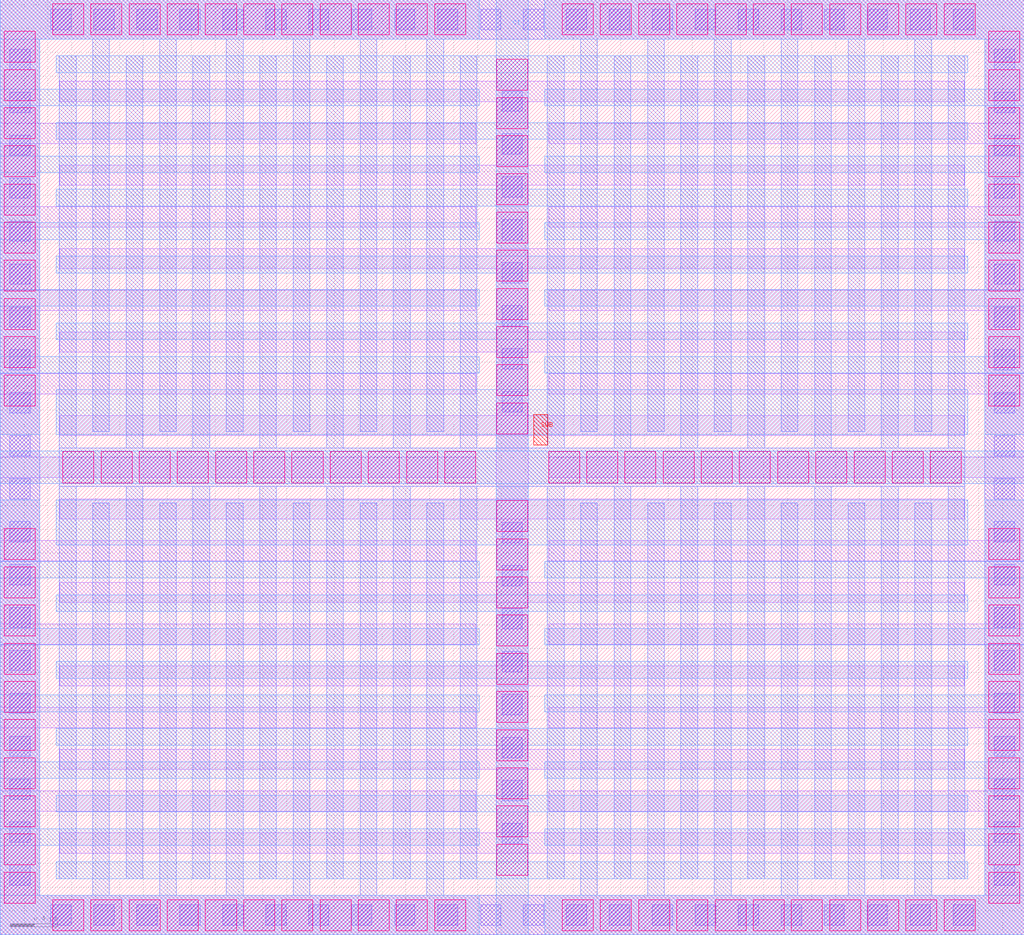
<source format=lef>
# Copyright 2020 The SkyWater PDK Authors
#
# Licensed under the Apache License, Version 2.0 (the "License");
# you may not use this file except in compliance with the License.
# You may obtain a copy of the License at
#
#     https://www.apache.org/licenses/LICENSE-2.0
#
# Unless required by applicable law or agreed to in writing, software
# distributed under the License is distributed on an "AS IS" BASIS,
# WITHOUT WARRANTIES OR CONDITIONS OF ANY KIND, either express or implied.
# See the License for the specific language governing permissions and
# limitations under the License.
#
# SPDX-License-Identifier: Apache-2.0

VERSION 5.7 ;
  NOWIREEXTENSIONATPIN ON ;
  DIVIDERCHAR "/" ;
  BUSBITCHARS "[]" ;
MACRO sky130_fd_pr__cap_vpp_08p6x07p8_l1m1m2_noshield
  CLASS BLOCK ;
  FOREIGN sky130_fd_pr__cap_vpp_08p6x07p8_l1m1m2_noshield ;
  ORIGIN  0.000000  0.000000 ;
  SIZE  8.580000 BY  7.840000 ;
  PIN C0
    PORT
      LAYER met2 ;
        RECT 0.000000 0.000000 4.015000 0.330000 ;
        RECT 0.000000 0.330000 0.330000 0.750000 ;
        RECT 0.000000 0.750000 4.015000 0.890000 ;
        RECT 0.000000 0.890000 0.330000 1.310000 ;
        RECT 0.000000 1.310000 4.015000 1.450000 ;
        RECT 0.000000 1.450000 0.330000 1.870000 ;
        RECT 0.000000 1.870000 4.015000 2.010000 ;
        RECT 0.000000 2.010000 0.330000 2.430000 ;
        RECT 0.000000 2.430000 4.015000 2.570000 ;
        RECT 0.000000 2.570000 0.330000 2.990000 ;
        RECT 0.000000 2.990000 4.015000 3.130000 ;
        RECT 0.000000 3.130000 0.330000 3.645000 ;
        RECT 0.000000 4.195000 0.330000 4.710000 ;
        RECT 0.000000 4.710000 4.015000 4.850000 ;
        RECT 0.000000 4.850000 0.330000 5.270000 ;
        RECT 0.000000 5.270000 4.015000 5.410000 ;
        RECT 0.000000 5.410000 0.330000 5.830000 ;
        RECT 0.000000 5.830000 4.015000 5.970000 ;
        RECT 0.000000 5.970000 0.330000 6.390000 ;
        RECT 0.000000 6.390000 4.015000 6.530000 ;
        RECT 0.000000 6.530000 0.330000 6.950000 ;
        RECT 0.000000 6.950000 4.015000 7.090000 ;
        RECT 0.000000 7.090000 0.330000 7.510000 ;
        RECT 0.000000 7.510000 4.015000 7.840000 ;
        RECT 4.565000 0.000000 8.580000 0.330000 ;
        RECT 4.565000 0.750000 8.580000 0.890000 ;
        RECT 4.565000 1.310000 8.580000 1.450000 ;
        RECT 4.565000 1.870000 8.580000 2.010000 ;
        RECT 4.565000 2.430000 8.580000 2.570000 ;
        RECT 4.565000 2.990000 8.580000 3.130000 ;
        RECT 4.565000 4.710000 8.580000 4.850000 ;
        RECT 4.565000 5.270000 8.580000 5.410000 ;
        RECT 4.565000 5.830000 8.580000 5.970000 ;
        RECT 4.565000 6.390000 8.580000 6.530000 ;
        RECT 4.565000 6.950000 8.580000 7.090000 ;
        RECT 4.565000 7.510000 8.580000 7.840000 ;
        RECT 8.250000 0.330000 8.580000 0.750000 ;
        RECT 8.250000 0.890000 8.580000 1.310000 ;
        RECT 8.250000 1.450000 8.580000 1.870000 ;
        RECT 8.250000 2.010000 8.580000 2.430000 ;
        RECT 8.250000 2.570000 8.580000 2.990000 ;
        RECT 8.250000 3.130000 8.580000 3.645000 ;
        RECT 8.250000 4.195000 8.580000 4.710000 ;
        RECT 8.250000 4.850000 8.580000 5.270000 ;
        RECT 8.250000 5.410000 8.580000 5.830000 ;
        RECT 8.250000 5.970000 8.580000 6.390000 ;
        RECT 8.250000 6.530000 8.580000 6.950000 ;
        RECT 8.250000 7.090000 8.580000 7.510000 ;
    END
  END C0
  PIN C1
    PORT
      LAYER met2 ;
        RECT 0.000000 3.785000 8.580000 4.055000 ;
        RECT 0.470000 0.470000 8.110000 0.610000 ;
        RECT 0.470000 1.030000 8.110000 1.170000 ;
        RECT 0.470000 1.590000 8.110000 1.730000 ;
        RECT 0.470000 2.150000 8.110000 2.290000 ;
        RECT 0.470000 2.710000 8.110000 2.850000 ;
        RECT 0.470000 3.270000 8.110000 3.645000 ;
        RECT 0.470000 4.195000 8.110000 4.570000 ;
        RECT 0.470000 4.990000 8.110000 5.130000 ;
        RECT 0.470000 5.550000 8.110000 5.690000 ;
        RECT 0.470000 6.110000 8.110000 6.250000 ;
        RECT 0.470000 6.670000 8.110000 6.810000 ;
        RECT 0.470000 7.230000 8.110000 7.370000 ;
        RECT 4.155000 0.000000 4.425000 0.470000 ;
        RECT 4.155000 0.610000 4.425000 1.030000 ;
        RECT 4.155000 1.170000 4.425000 1.590000 ;
        RECT 4.155000 1.730000 4.425000 2.150000 ;
        RECT 4.155000 2.290000 4.425000 2.710000 ;
        RECT 4.155000 2.850000 4.425000 3.270000 ;
        RECT 4.155000 3.645000 4.425000 3.785000 ;
        RECT 4.155000 4.055000 4.425000 4.195000 ;
        RECT 4.155000 4.570000 4.425000 4.990000 ;
        RECT 4.155000 5.130000 4.425000 5.550000 ;
        RECT 4.155000 5.690000 4.425000 6.110000 ;
        RECT 4.155000 6.250000 4.425000 6.670000 ;
        RECT 4.155000 6.810000 4.425000 7.230000 ;
        RECT 4.155000 7.370000 4.425000 7.840000 ;
    END
  END C1
  PIN SUB
    PORT
      LAYER pwell ;
        RECT 4.470000 4.105000 4.590000 4.360000 ;
    END
  END SUB
  OBS
    LAYER li1 ;
      RECT 0.000000 0.000000 8.580000 0.330000 ;
      RECT 0.000000 0.330000 0.330000 1.035000 ;
      RECT 0.000000 1.035000 3.985000 1.205000 ;
      RECT 0.000000 1.205000 0.330000 1.735000 ;
      RECT 0.000000 1.735000 3.985000 1.905000 ;
      RECT 0.000000 1.905000 0.330000 2.435000 ;
      RECT 0.000000 2.435000 3.985000 2.605000 ;
      RECT 0.000000 2.605000 0.330000 3.135000 ;
      RECT 0.000000 3.135000 3.985000 3.305000 ;
      RECT 0.000000 3.305000 0.330000 3.835000 ;
      RECT 0.000000 3.835000 3.985000 4.005000 ;
      RECT 0.000000 4.005000 0.330000 4.535000 ;
      RECT 0.000000 4.535000 3.985000 4.705000 ;
      RECT 0.000000 4.705000 0.330000 5.235000 ;
      RECT 0.000000 5.235000 3.985000 5.405000 ;
      RECT 0.000000 5.405000 0.330000 5.935000 ;
      RECT 0.000000 5.935000 3.985000 6.105000 ;
      RECT 0.000000 6.105000 0.330000 6.635000 ;
      RECT 0.000000 6.635000 3.985000 6.805000 ;
      RECT 0.000000 6.805000 0.330000 7.510000 ;
      RECT 0.000000 7.510000 8.580000 7.840000 ;
      RECT 0.500000 0.685000 8.080000 0.855000 ;
      RECT 0.500000 1.385000 8.080000 1.555000 ;
      RECT 0.500000 2.085000 8.080000 2.255000 ;
      RECT 0.500000 2.785000 8.080000 2.955000 ;
      RECT 0.500000 3.485000 8.080000 3.655000 ;
      RECT 0.500000 4.185000 8.080000 4.355000 ;
      RECT 0.500000 4.885000 8.080000 5.055000 ;
      RECT 0.500000 5.585000 8.080000 5.755000 ;
      RECT 0.500000 6.285000 8.080000 6.455000 ;
      RECT 0.500000 6.985000 8.080000 7.155000 ;
      RECT 4.155000 0.855000 4.425000 1.385000 ;
      RECT 4.155000 1.555000 4.425000 2.085000 ;
      RECT 4.155000 2.255000 4.425000 2.785000 ;
      RECT 4.155000 2.955000 4.425000 3.485000 ;
      RECT 4.155000 3.655000 4.425000 4.185000 ;
      RECT 4.155000 4.355000 4.425000 4.885000 ;
      RECT 4.155000 5.055000 4.425000 5.585000 ;
      RECT 4.155000 5.755000 4.425000 6.285000 ;
      RECT 4.155000 6.455000 4.425000 6.985000 ;
      RECT 4.595000 1.035000 8.580000 1.205000 ;
      RECT 4.595000 1.735000 8.580000 1.905000 ;
      RECT 4.595000 2.435000 8.580000 2.605000 ;
      RECT 4.595000 3.135000 8.580000 3.305000 ;
      RECT 4.595000 3.835000 8.580000 4.005000 ;
      RECT 4.595000 4.535000 8.580000 4.705000 ;
      RECT 4.595000 5.235000 8.580000 5.405000 ;
      RECT 4.595000 5.935000 8.580000 6.105000 ;
      RECT 4.595000 6.635000 8.580000 6.805000 ;
      RECT 8.250000 0.330000 8.580000 1.035000 ;
      RECT 8.250000 1.205000 8.580000 1.735000 ;
      RECT 8.250000 1.905000 8.580000 2.435000 ;
      RECT 8.250000 2.605000 8.580000 3.135000 ;
      RECT 8.250000 3.305000 8.580000 3.835000 ;
      RECT 8.250000 4.005000 8.580000 4.535000 ;
      RECT 8.250000 4.705000 8.580000 5.235000 ;
      RECT 8.250000 5.405000 8.580000 5.935000 ;
      RECT 8.250000 6.105000 8.580000 6.635000 ;
      RECT 8.250000 6.805000 8.580000 7.510000 ;
    LAYER mcon ;
      RECT 0.080000 0.415000 0.250000 0.585000 ;
      RECT 0.080000 0.775000 0.250000 0.945000 ;
      RECT 0.080000 1.135000 0.250000 1.305000 ;
      RECT 0.080000 1.495000 0.250000 1.665000 ;
      RECT 0.080000 1.855000 0.250000 2.025000 ;
      RECT 0.080000 2.215000 0.250000 2.385000 ;
      RECT 0.080000 2.575000 0.250000 2.745000 ;
      RECT 0.080000 2.935000 0.250000 3.105000 ;
      RECT 0.080000 3.295000 0.250000 3.465000 ;
      RECT 0.080000 3.655000 0.250000 3.825000 ;
      RECT 0.080000 4.015000 0.250000 4.185000 ;
      RECT 0.080000 4.375000 0.250000 4.545000 ;
      RECT 0.080000 4.735000 0.250000 4.905000 ;
      RECT 0.080000 5.095000 0.250000 5.265000 ;
      RECT 0.080000 5.455000 0.250000 5.625000 ;
      RECT 0.080000 5.815000 0.250000 5.985000 ;
      RECT 0.080000 6.175000 0.250000 6.345000 ;
      RECT 0.080000 6.535000 0.250000 6.705000 ;
      RECT 0.080000 6.895000 0.250000 7.065000 ;
      RECT 0.080000 7.255000 0.250000 7.425000 ;
      RECT 0.425000 0.080000 0.595000 0.250000 ;
      RECT 0.425000 7.590000 0.595000 7.760000 ;
      RECT 0.785000 0.080000 0.955000 0.250000 ;
      RECT 0.785000 7.590000 0.955000 7.760000 ;
      RECT 1.145000 0.080000 1.315000 0.250000 ;
      RECT 1.145000 7.590000 1.315000 7.760000 ;
      RECT 1.505000 0.080000 1.675000 0.250000 ;
      RECT 1.505000 7.590000 1.675000 7.760000 ;
      RECT 1.865000 0.080000 2.035000 0.250000 ;
      RECT 1.865000 7.590000 2.035000 7.760000 ;
      RECT 2.225000 0.080000 2.395000 0.250000 ;
      RECT 2.225000 7.590000 2.395000 7.760000 ;
      RECT 2.585000 0.080000 2.755000 0.250000 ;
      RECT 2.585000 7.590000 2.755000 7.760000 ;
      RECT 2.945000 0.080000 3.115000 0.250000 ;
      RECT 2.945000 7.590000 3.115000 7.760000 ;
      RECT 3.305000 0.080000 3.475000 0.250000 ;
      RECT 3.305000 7.590000 3.475000 7.760000 ;
      RECT 3.665000 0.080000 3.835000 0.250000 ;
      RECT 3.665000 7.590000 3.835000 7.760000 ;
      RECT 4.025000 0.080000 4.195000 0.250000 ;
      RECT 4.025000 7.590000 4.195000 7.760000 ;
      RECT 4.205000 0.765000 4.375000 0.935000 ;
      RECT 4.205000 1.125000 4.375000 1.295000 ;
      RECT 4.205000 1.485000 4.375000 1.655000 ;
      RECT 4.205000 1.845000 4.375000 2.015000 ;
      RECT 4.205000 2.205000 4.375000 2.375000 ;
      RECT 4.205000 2.565000 4.375000 2.735000 ;
      RECT 4.205000 2.925000 4.375000 3.095000 ;
      RECT 4.205000 3.285000 4.375000 3.455000 ;
      RECT 4.205000 4.385000 4.375000 4.555000 ;
      RECT 4.205000 4.745000 4.375000 4.915000 ;
      RECT 4.205000 5.105000 4.375000 5.275000 ;
      RECT 4.205000 5.465000 4.375000 5.635000 ;
      RECT 4.205000 5.825000 4.375000 5.995000 ;
      RECT 4.205000 6.185000 4.375000 6.355000 ;
      RECT 4.205000 6.545000 4.375000 6.715000 ;
      RECT 4.205000 6.905000 4.375000 7.075000 ;
      RECT 4.385000 0.080000 4.555000 0.250000 ;
      RECT 4.385000 7.590000 4.555000 7.760000 ;
      RECT 4.745000 0.080000 4.915000 0.250000 ;
      RECT 4.745000 7.590000 4.915000 7.760000 ;
      RECT 5.105000 0.080000 5.275000 0.250000 ;
      RECT 5.105000 7.590000 5.275000 7.760000 ;
      RECT 5.465000 0.080000 5.635000 0.250000 ;
      RECT 5.465000 7.590000 5.635000 7.760000 ;
      RECT 5.825000 0.080000 5.995000 0.250000 ;
      RECT 5.825000 7.590000 5.995000 7.760000 ;
      RECT 6.185000 0.080000 6.355000 0.250000 ;
      RECT 6.185000 7.590000 6.355000 7.760000 ;
      RECT 6.545000 0.080000 6.715000 0.250000 ;
      RECT 6.545000 7.590000 6.715000 7.760000 ;
      RECT 6.905000 0.080000 7.075000 0.250000 ;
      RECT 6.905000 7.590000 7.075000 7.760000 ;
      RECT 7.265000 0.080000 7.435000 0.250000 ;
      RECT 7.265000 7.590000 7.435000 7.760000 ;
      RECT 7.625000 0.080000 7.795000 0.250000 ;
      RECT 7.625000 7.590000 7.795000 7.760000 ;
      RECT 7.985000 0.080000 8.155000 0.250000 ;
      RECT 7.985000 7.590000 8.155000 7.760000 ;
      RECT 8.330000 0.415000 8.500000 0.585000 ;
      RECT 8.330000 0.775000 8.500000 0.945000 ;
      RECT 8.330000 1.135000 8.500000 1.305000 ;
      RECT 8.330000 1.495000 8.500000 1.665000 ;
      RECT 8.330000 1.855000 8.500000 2.025000 ;
      RECT 8.330000 2.215000 8.500000 2.385000 ;
      RECT 8.330000 2.575000 8.500000 2.745000 ;
      RECT 8.330000 2.935000 8.500000 3.105000 ;
      RECT 8.330000 3.295000 8.500000 3.465000 ;
      RECT 8.330000 3.655000 8.500000 3.825000 ;
      RECT 8.330000 4.015000 8.500000 4.185000 ;
      RECT 8.330000 4.375000 8.500000 4.545000 ;
      RECT 8.330000 4.735000 8.500000 4.905000 ;
      RECT 8.330000 5.095000 8.500000 5.265000 ;
      RECT 8.330000 5.455000 8.500000 5.625000 ;
      RECT 8.330000 5.815000 8.500000 5.985000 ;
      RECT 8.330000 6.175000 8.500000 6.345000 ;
      RECT 8.330000 6.535000 8.500000 6.705000 ;
      RECT 8.330000 6.895000 8.500000 7.065000 ;
      RECT 8.330000 7.255000 8.500000 7.425000 ;
    LAYER met1 ;
      RECT 0.000000 0.000000 8.580000 0.330000 ;
      RECT 0.000000 0.330000 0.330000 7.510000 ;
      RECT 0.000000 7.510000 8.580000 7.840000 ;
      RECT 0.495000 0.470000 0.635000 3.760000 ;
      RECT 0.495000 3.760000 8.085000 4.080000 ;
      RECT 0.495000 4.080000 0.635000 7.370000 ;
      RECT 0.775000 0.330000 0.915000 3.620000 ;
      RECT 0.775000 4.220000 0.915000 7.510000 ;
      RECT 1.055000 0.470000 1.195000 3.760000 ;
      RECT 1.055000 4.080000 1.195000 7.370000 ;
      RECT 1.335000 0.330000 1.475000 3.620000 ;
      RECT 1.335000 4.220000 1.475000 7.510000 ;
      RECT 1.615000 0.470000 1.755000 3.760000 ;
      RECT 1.615000 4.080000 1.755000 7.370000 ;
      RECT 1.895000 0.330000 2.035000 3.620000 ;
      RECT 1.895000 4.220000 2.035000 7.510000 ;
      RECT 2.175000 0.470000 2.315000 3.760000 ;
      RECT 2.175000 4.080000 2.315000 7.370000 ;
      RECT 2.455000 0.330000 2.595000 3.620000 ;
      RECT 2.455000 4.220000 2.595000 7.510000 ;
      RECT 2.735000 0.470000 2.875000 3.760000 ;
      RECT 2.735000 4.080000 2.875000 7.370000 ;
      RECT 3.015000 0.330000 3.155000 3.620000 ;
      RECT 3.015000 4.220000 3.155000 7.510000 ;
      RECT 3.295000 0.470000 3.435000 3.760000 ;
      RECT 3.295000 4.080000 3.435000 7.370000 ;
      RECT 3.575000 0.330000 3.715000 3.620000 ;
      RECT 3.575000 4.220000 3.715000 7.510000 ;
      RECT 3.855000 0.470000 3.995000 3.760000 ;
      RECT 3.855000 4.080000 3.995000 7.370000 ;
      RECT 4.155000 0.470000 4.425000 3.760000 ;
      RECT 4.155000 4.080000 4.425000 7.370000 ;
      RECT 4.585000 0.470000 4.725000 3.760000 ;
      RECT 4.585000 4.080000 4.725000 7.370000 ;
      RECT 4.865000 0.330000 5.005000 3.620000 ;
      RECT 4.865000 4.220000 5.005000 7.510000 ;
      RECT 5.145000 0.470000 5.285000 3.760000 ;
      RECT 5.145000 4.080000 5.285000 7.370000 ;
      RECT 5.425000 0.330000 5.565000 3.620000 ;
      RECT 5.425000 4.220000 5.565000 7.510000 ;
      RECT 5.705000 0.470000 5.845000 3.760000 ;
      RECT 5.705000 4.080000 5.845000 7.370000 ;
      RECT 5.985000 0.330000 6.125000 3.620000 ;
      RECT 5.985000 4.220000 6.125000 7.510000 ;
      RECT 6.265000 0.470000 6.405000 3.760000 ;
      RECT 6.265000 4.080000 6.405000 7.370000 ;
      RECT 6.545000 0.330000 6.685000 3.620000 ;
      RECT 6.545000 4.220000 6.685000 7.510000 ;
      RECT 6.825000 0.470000 6.965000 3.760000 ;
      RECT 6.825000 4.080000 6.965000 7.370000 ;
      RECT 7.105000 0.330000 7.245000 3.620000 ;
      RECT 7.105000 4.220000 7.245000 7.510000 ;
      RECT 7.385000 0.470000 7.525000 3.760000 ;
      RECT 7.385000 4.080000 7.525000 7.370000 ;
      RECT 7.665000 0.330000 7.805000 3.620000 ;
      RECT 7.665000 4.220000 7.805000 7.510000 ;
      RECT 7.945000 0.470000 8.085000 3.760000 ;
      RECT 7.945000 4.080000 8.085000 7.370000 ;
      RECT 8.250000 0.330000 8.580000 7.510000 ;
    LAYER via ;
      RECT 0.035000 0.265000 0.295000 0.525000 ;
      RECT 0.035000 0.585000 0.295000 0.845000 ;
      RECT 0.035000 0.905000 0.295000 1.165000 ;
      RECT 0.035000 1.225000 0.295000 1.485000 ;
      RECT 0.035000 1.545000 0.295000 1.805000 ;
      RECT 0.035000 1.865000 0.295000 2.125000 ;
      RECT 0.035000 2.185000 0.295000 2.445000 ;
      RECT 0.035000 2.505000 0.295000 2.765000 ;
      RECT 0.035000 2.825000 0.295000 3.085000 ;
      RECT 0.035000 3.145000 0.295000 3.405000 ;
      RECT 0.035000 4.435000 0.295000 4.695000 ;
      RECT 0.035000 4.755000 0.295000 5.015000 ;
      RECT 0.035000 5.075000 0.295000 5.335000 ;
      RECT 0.035000 5.395000 0.295000 5.655000 ;
      RECT 0.035000 5.715000 0.295000 5.975000 ;
      RECT 0.035000 6.035000 0.295000 6.295000 ;
      RECT 0.035000 6.355000 0.295000 6.615000 ;
      RECT 0.035000 6.675000 0.295000 6.935000 ;
      RECT 0.035000 6.995000 0.295000 7.255000 ;
      RECT 0.035000 7.315000 0.295000 7.575000 ;
      RECT 0.440000 0.035000 0.700000 0.295000 ;
      RECT 0.440000 7.545000 0.700000 7.805000 ;
      RECT 0.525000 3.790000 0.785000 4.050000 ;
      RECT 0.760000 0.035000 1.020000 0.295000 ;
      RECT 0.760000 7.545000 1.020000 7.805000 ;
      RECT 0.845000 3.790000 1.105000 4.050000 ;
      RECT 1.080000 0.035000 1.340000 0.295000 ;
      RECT 1.080000 7.545000 1.340000 7.805000 ;
      RECT 1.165000 3.790000 1.425000 4.050000 ;
      RECT 1.400000 0.035000 1.660000 0.295000 ;
      RECT 1.400000 7.545000 1.660000 7.805000 ;
      RECT 1.485000 3.790000 1.745000 4.050000 ;
      RECT 1.720000 0.035000 1.980000 0.295000 ;
      RECT 1.720000 7.545000 1.980000 7.805000 ;
      RECT 1.805000 3.790000 2.065000 4.050000 ;
      RECT 2.040000 0.035000 2.300000 0.295000 ;
      RECT 2.040000 7.545000 2.300000 7.805000 ;
      RECT 2.125000 3.790000 2.385000 4.050000 ;
      RECT 2.360000 0.035000 2.620000 0.295000 ;
      RECT 2.360000 7.545000 2.620000 7.805000 ;
      RECT 2.445000 3.790000 2.705000 4.050000 ;
      RECT 2.680000 0.035000 2.940000 0.295000 ;
      RECT 2.680000 7.545000 2.940000 7.805000 ;
      RECT 2.765000 3.790000 3.025000 4.050000 ;
      RECT 3.000000 0.035000 3.260000 0.295000 ;
      RECT 3.000000 7.545000 3.260000 7.805000 ;
      RECT 3.085000 3.790000 3.345000 4.050000 ;
      RECT 3.320000 0.035000 3.580000 0.295000 ;
      RECT 3.320000 7.545000 3.580000 7.805000 ;
      RECT 3.405000 3.790000 3.665000 4.050000 ;
      RECT 3.640000 0.035000 3.900000 0.295000 ;
      RECT 3.640000 7.545000 3.900000 7.805000 ;
      RECT 3.725000 3.790000 3.985000 4.050000 ;
      RECT 4.160000 0.500000 4.420000 0.760000 ;
      RECT 4.160000 0.820000 4.420000 1.080000 ;
      RECT 4.160000 1.140000 4.420000 1.400000 ;
      RECT 4.160000 1.460000 4.420000 1.720000 ;
      RECT 4.160000 1.780000 4.420000 2.040000 ;
      RECT 4.160000 2.100000 4.420000 2.360000 ;
      RECT 4.160000 2.420000 4.420000 2.680000 ;
      RECT 4.160000 2.740000 4.420000 3.000000 ;
      RECT 4.160000 3.060000 4.420000 3.320000 ;
      RECT 4.160000 3.380000 4.420000 3.640000 ;
      RECT 4.160000 4.200000 4.420000 4.460000 ;
      RECT 4.160000 4.520000 4.420000 4.780000 ;
      RECT 4.160000 4.840000 4.420000 5.100000 ;
      RECT 4.160000 5.160000 4.420000 5.420000 ;
      RECT 4.160000 5.480000 4.420000 5.740000 ;
      RECT 4.160000 5.800000 4.420000 6.060000 ;
      RECT 4.160000 6.120000 4.420000 6.380000 ;
      RECT 4.160000 6.440000 4.420000 6.700000 ;
      RECT 4.160000 6.760000 4.420000 7.020000 ;
      RECT 4.160000 7.080000 4.420000 7.340000 ;
      RECT 4.595000 3.790000 4.855000 4.050000 ;
      RECT 4.710000 0.035000 4.970000 0.295000 ;
      RECT 4.710000 7.545000 4.970000 7.805000 ;
      RECT 4.915000 3.790000 5.175000 4.050000 ;
      RECT 5.030000 0.035000 5.290000 0.295000 ;
      RECT 5.030000 7.545000 5.290000 7.805000 ;
      RECT 5.235000 3.790000 5.495000 4.050000 ;
      RECT 5.350000 0.035000 5.610000 0.295000 ;
      RECT 5.350000 7.545000 5.610000 7.805000 ;
      RECT 5.555000 3.790000 5.815000 4.050000 ;
      RECT 5.670000 0.035000 5.930000 0.295000 ;
      RECT 5.670000 7.545000 5.930000 7.805000 ;
      RECT 5.875000 3.790000 6.135000 4.050000 ;
      RECT 5.990000 0.035000 6.250000 0.295000 ;
      RECT 5.990000 7.545000 6.250000 7.805000 ;
      RECT 6.195000 3.790000 6.455000 4.050000 ;
      RECT 6.310000 0.035000 6.570000 0.295000 ;
      RECT 6.310000 7.545000 6.570000 7.805000 ;
      RECT 6.515000 3.790000 6.775000 4.050000 ;
      RECT 6.630000 0.035000 6.890000 0.295000 ;
      RECT 6.630000 7.545000 6.890000 7.805000 ;
      RECT 6.835000 3.790000 7.095000 4.050000 ;
      RECT 6.950000 0.035000 7.210000 0.295000 ;
      RECT 6.950000 7.545000 7.210000 7.805000 ;
      RECT 7.155000 3.790000 7.415000 4.050000 ;
      RECT 7.270000 0.035000 7.530000 0.295000 ;
      RECT 7.270000 7.545000 7.530000 7.805000 ;
      RECT 7.475000 3.790000 7.735000 4.050000 ;
      RECT 7.590000 0.035000 7.850000 0.295000 ;
      RECT 7.590000 7.545000 7.850000 7.805000 ;
      RECT 7.795000 3.790000 8.055000 4.050000 ;
      RECT 7.910000 0.035000 8.170000 0.295000 ;
      RECT 7.910000 7.545000 8.170000 7.805000 ;
      RECT 8.285000 0.265000 8.545000 0.525000 ;
      RECT 8.285000 0.585000 8.545000 0.845000 ;
      RECT 8.285000 0.905000 8.545000 1.165000 ;
      RECT 8.285000 1.225000 8.545000 1.485000 ;
      RECT 8.285000 1.545000 8.545000 1.805000 ;
      RECT 8.285000 1.865000 8.545000 2.125000 ;
      RECT 8.285000 2.185000 8.545000 2.445000 ;
      RECT 8.285000 2.505000 8.545000 2.765000 ;
      RECT 8.285000 2.825000 8.545000 3.085000 ;
      RECT 8.285000 3.145000 8.545000 3.405000 ;
      RECT 8.285000 4.435000 8.545000 4.695000 ;
      RECT 8.285000 4.755000 8.545000 5.015000 ;
      RECT 8.285000 5.075000 8.545000 5.335000 ;
      RECT 8.285000 5.395000 8.545000 5.655000 ;
      RECT 8.285000 5.715000 8.545000 5.975000 ;
      RECT 8.285000 6.035000 8.545000 6.295000 ;
      RECT 8.285000 6.355000 8.545000 6.615000 ;
      RECT 8.285000 6.675000 8.545000 6.935000 ;
      RECT 8.285000 6.995000 8.545000 7.255000 ;
      RECT 8.285000 7.315000 8.545000 7.575000 ;
  END
END sky130_fd_pr__cap_vpp_08p6x07p8_l1m1m2_noshield
END LIBRARY

</source>
